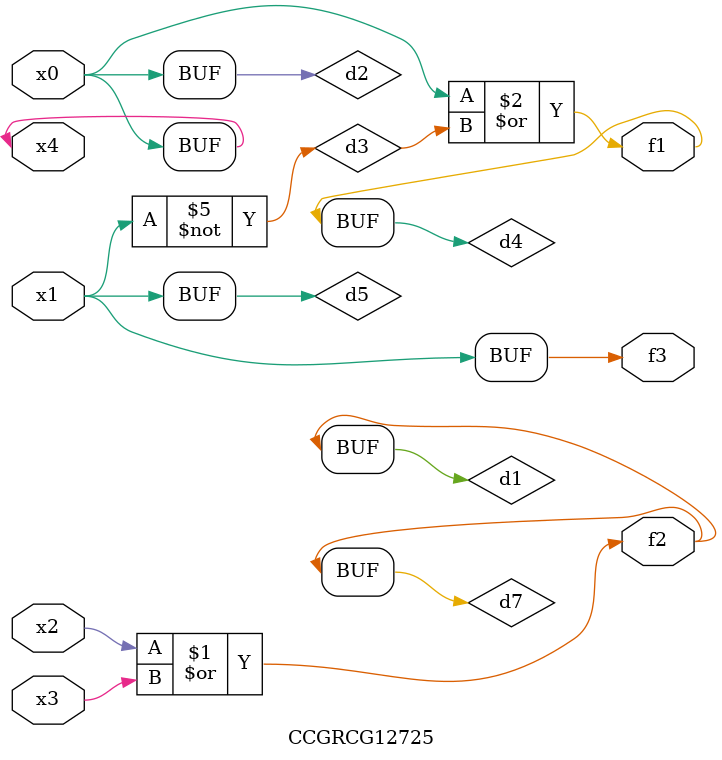
<source format=v>
module CCGRCG12725(
	input x0, x1, x2, x3, x4,
	output f1, f2, f3
);

	wire d1, d2, d3, d4, d5, d6, d7;

	or (d1, x2, x3);
	buf (d2, x0, x4);
	not (d3, x1);
	or (d4, d2, d3);
	not (d5, d3);
	nand (d6, d1, d3);
	or (d7, d1);
	assign f1 = d4;
	assign f2 = d7;
	assign f3 = d5;
endmodule

</source>
